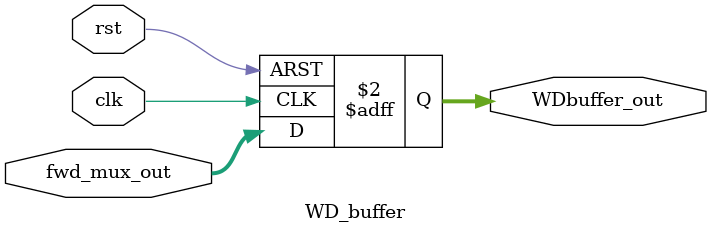
<source format=sv>
module WD_buffer
(
    input  logic        clk,
    input  logic        rst,
    input  logic [31:0] fwd_mux_out, // from forwarding mux
    output logic [31:0] WDbuffer_out // to memory stage
);
    always_ff @(posedge clk or posedge rst)
    begin
        if (rst)
            WDbuffer_out <= 32'b0;        
        else
            WDbuffer_out <= fwd_mux_out;
    end
endmodule
</source>
